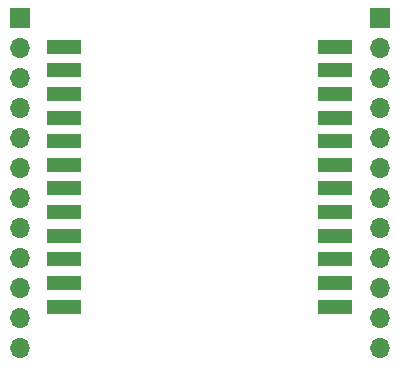
<source format=gbr>
%TF.GenerationSoftware,KiCad,Pcbnew,(5.1.12)-1*%
%TF.CreationDate,2022-06-22T11:17:58+02:00*%
%TF.ProjectId,ai-thinker-vc01,61692d74-6869-46e6-9b65-722d76633031,rev?*%
%TF.SameCoordinates,Original*%
%TF.FileFunction,Soldermask,Top*%
%TF.FilePolarity,Negative*%
%FSLAX46Y46*%
G04 Gerber Fmt 4.6, Leading zero omitted, Abs format (unit mm)*
G04 Created by KiCad (PCBNEW (5.1.12)-1) date 2022-06-22 11:17:58*
%MOMM*%
%LPD*%
G01*
G04 APERTURE LIST*
%ADD10O,1.700000X1.700000*%
%ADD11R,1.700000X1.700000*%
%ADD12R,3.000000X1.200000*%
G04 APERTURE END LIST*
D10*
%TO.C,J2*%
X149860000Y-104695001D03*
X149860000Y-102155001D03*
X149860000Y-99615001D03*
X149860000Y-97075001D03*
X149860000Y-94535001D03*
X149860000Y-91995001D03*
X149860000Y-89455001D03*
X149860000Y-86915001D03*
X149860000Y-84375001D03*
X149860000Y-81835001D03*
X149860000Y-79295001D03*
D11*
X149860000Y-76755001D03*
%TD*%
%TO.C,J1*%
X119380000Y-76755001D03*
D10*
X119380000Y-79295001D03*
X119380000Y-81835001D03*
X119380000Y-84375001D03*
X119380000Y-86915001D03*
X119380000Y-89455001D03*
X119380000Y-91995001D03*
X119380000Y-94535001D03*
X119380000Y-97075001D03*
X119380000Y-99615001D03*
X119380000Y-102155001D03*
X119380000Y-104695001D03*
%TD*%
D12*
%TO.C,U1*%
X146120000Y-79170000D03*
X146120000Y-81170000D03*
X146120000Y-83170000D03*
X146120000Y-85170000D03*
X146120000Y-87170000D03*
X146120000Y-89170000D03*
X146120000Y-91170000D03*
X146120000Y-93170000D03*
X146120000Y-95170000D03*
X146120000Y-97170000D03*
X146120000Y-99170000D03*
X146120000Y-101170000D03*
X123120000Y-101170000D03*
X123120000Y-99170000D03*
X123120000Y-97170000D03*
X123120000Y-95170000D03*
X123120000Y-93170000D03*
X123120000Y-91170000D03*
X123120000Y-89170000D03*
X123120000Y-87170000D03*
X123120000Y-85170000D03*
X123120000Y-83170000D03*
X123120000Y-81170000D03*
X123120000Y-79170000D03*
%TD*%
M02*

</source>
